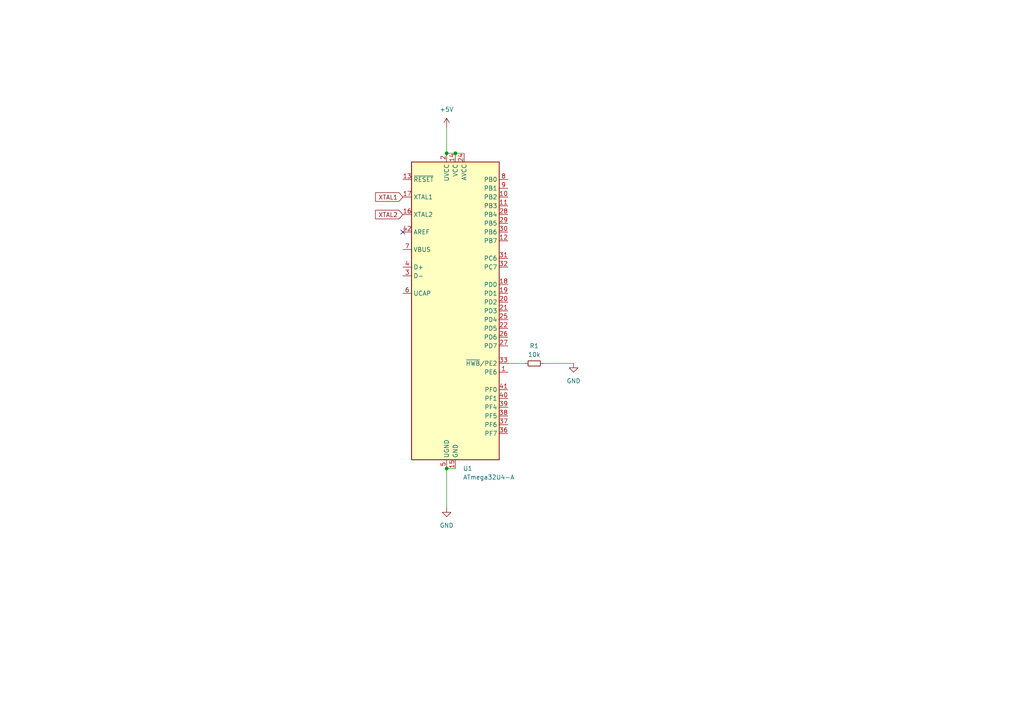
<source format=kicad_sch>
(kicad_sch (version 20231120) (generator "eeschema") (generator_version "8.0")
  (paper "A4")
  (lib_symbols
    (symbol "Device:R_Small" (pin_numbers hide) (pin_names (offset 0.254) hide)
      (property "Reference" "R" (at 0.762 0.508 0))
      (property "Value" "R_Small" (at 0.762 -1.016 0))
      (symbol "R_Small_0_1"
        (rectangle (start -0.762 1.778) (end 0.762 -1.778) (stroke (width 0.2032)))
      )
      (symbol "R_Small_1_1"
        (pin passive line (at 0 2.54 270) (length 0.762) (name "~") (number "1"))
        (pin passive line (at 0 -2.54 90) (length 0.762) (name "~") (number "2"))
      )
    )
    (symbol "MCU_Microchip_ATmega:ATmega32U4-A"
      (property "Reference" "U" (at -12.7 44.45 0))
      (property "Value" "ATmega32U4-A" (at 2.54 -44.45 0))
      (symbol "ATmega32U4-A_0_1"
        (rectangle (start -12.7 -43.18) (end 12.7 43.18) (stroke (width 0.254)) (fill (type background)))
      )
      (symbol "ATmega32U4-A_1_1"
        (pin bidirectional line (at 15.24 -17.78 180) (length 2.54) (name "PE6") (number "1"))
        (pin bidirectional line (at 15.24 33.02 180) (length 2.54) (name "PB2") (number "10"))
        (pin bidirectional line (at 15.24 30.48 180) (length 2.54) (name "PB3") (number "11"))
        (pin bidirectional line (at 15.24 20.32 180) (length 2.54) (name "PB7") (number "12"))
        (pin input line (at -15.24 38.1 0) (length 2.54) (name "~{RESET}") (number "13"))
        (pin power_in line (at 0 45.72 270) (length 2.54) (name "VCC") (number "14"))
        (pin power_in line (at 0 -45.72 90) (length 2.54) (name "GND") (number "15"))
        (pin output line (at -15.24 27.94 0) (length 2.54) (name "XTAL2") (number "16"))
        (pin input line (at -15.24 33.02 0) (length 2.54) (name "XTAL1") (number "17"))
        (pin bidirectional line (at 15.24 7.62 180) (length 2.54) (name "PD0") (number "18"))
        (pin bidirectional line (at 15.24 5.08 180) (length 2.54) (name "PD1") (number "19"))
        (pin power_in line (at -2.54 45.72 270) (length 2.54) (name "UVCC") (number "2"))
        (pin bidirectional line (at 15.24 2.54 180) (length 2.54) (name "PD2") (number "20"))
        (pin bidirectional line (at 15.24 0 180) (length 2.54) (name "PD3") (number "21"))
        (pin bidirectional line (at 15.24 -5.08 180) (length 2.54) (name "PD5") (number "22"))
        (pin passive line (at 0 -45.72 90) (length 2.54) hide (name "GND") (number "23"))
        (pin power_in line (at 2.54 45.72 270) (length 2.54) (name "AVCC") (number "24"))
        (pin bidirectional line (at 15.24 -2.54 180) (length 2.54) (name "PD4") (number "25"))
        (pin bidirectional line (at 15.24 -7.62 180) (length 2.54) (name "PD6") (number "26"))
        (pin bidirectional line (at 15.24 -10.16 180) (length 2.54) (name "PD7") (number "27"))
        (pin bidirectional line (at 15.24 27.94 180) (length 2.54) (name "PB4") (number "28"))
        (pin bidirectional line (at 15.24 25.4 180) (length 2.54) (name "PB5") (number "29"))
        (pin bidirectional line (at -15.24 10.16 0) (length 2.54) (name "D-") (number "3"))
        (pin bidirectional line (at 15.24 22.86 180) (length 2.54) (name "PB6") (number "30"))
        (pin bidirectional line (at 15.24 15.24 180) (length 2.54) (name "PC6") (number "31"))
        (pin bidirectional line (at 15.24 12.7 180) (length 2.54) (name "PC7") (number "32"))
        (pin bidirectional line (at 15.24 -15.24 180) (length 2.54) (name "~{HWB}/PE2") (number "33"))
        (pin passive line (at 0 45.72 270) (length 2.54) hide (name "VCC") (number "34"))
        (pin passive line (at 0 -45.72 90) (length 2.54) hide (name "GND") (number "35"))
        (pin bidirectional line (at 15.24 -35.56 180) (length 2.54) (name "PF7") (number "36"))
        (pin bidirectional line (at 15.24 -33.02 180) (length 2.54) (name "PF6") (number "37"))
        (pin bidirectional line (at 15.24 -30.48 180) (length 2.54) (name "PF5") (number "38"))
        (pin bidirectional line (at 15.24 -27.94 180) (length 2.54) (name "PF4") (number "39"))
        (pin bidirectional line (at -15.24 12.7 0) (length 2.54) (name "D+") (number "4"))
        (pin bidirectional line (at 15.24 -25.4 180) (length 2.54) (name "PF1") (number "40"))
        (pin bidirectional line (at 15.24 -22.86 180) (length 2.54) (name "PF0") (number "41"))
        (pin passive line (at -15.24 22.86 0) (length 2.54) (name "AREF") (number "42"))
        (pin passive line (at 0 -45.72 90) (length 2.54) hide (name "GND") (number "43"))
        (pin passive line (at 2.54 45.72 270) (length 2.54) hide (name "AVCC") (number "44"))
        (pin passive line (at -2.54 -45.72 90) (length 2.54) (name "UGND") (number "5"))
        (pin passive line (at -15.24 5.08 0) (length 2.54) (name "UCAP") (number "6"))
        (pin input line (at -15.24 17.78 0) (length 2.54) (name "VBUS") (number "7"))
        (pin bidirectional line (at 15.24 38.1 180) (length 2.54) (name "PB0") (number "8"))
        (pin bidirectional line (at 15.24 35.56 180) (length 2.54) (name "PB1") (number "9"))
      )
    )
    (symbol "power:+5V" (power) (pin_numbers hide) (pin_names (offset 0) hide)
      (property "Value" "+5V" (at 0 3.556 0))
      (symbol "+5V_0_1"
        (polyline (pts (xy -0.762 1.27) (xy 0 2.54)))
        (polyline (pts (xy 0 0) (xy 0 2.54)))
        (polyline (pts (xy 0 2.54) (xy 0.762 1.27)))
      )
      (symbol "+5V_1_1"
        (pin power_in line (at 0 0 90) (length 0) (name "~") (number "1"))
      )
    )
    (symbol "power:GND" (power) (pin_numbers hide) (pin_names (offset 0) hide)
      (property "Value" "GND" (at 0 -3.81 0))
      (symbol "GND_0_1"
        (polyline (pts (xy 0 0) (xy 0 -1.27) (xy 1.27 -1.27) (xy 0 -2.54) (xy -1.27 -1.27) (xy 0 -1.27)))
      )
      (symbol "GND_1_1"
        (pin power_in line (at 0 0 270) (length 0) (name "~") (number "1"))
      )
    )
  )
  (junction (at 132.08 44.45))
  (junction (at 129.54 135.89))
  (junction (at 129.54 44.45))
  (no_connect (at 116.84 67.31))
  (wire (pts (xy 129.54 135.89) (xy 132.08 135.89)))
  (wire (pts (xy 129.54 135.89) (xy 129.54 147.32)))
  (wire (pts (xy 147.32 105.41) (xy 152.4 105.41)))
  (wire (pts (xy 129.54 36.83) (xy 129.54 44.45)))
  (wire (pts (xy 157.48 105.41) (xy 166.37 105.41)))
  (wire (pts (xy 129.54 44.45) (xy 132.08 44.45)))
  (wire (pts (xy 132.08 44.45) (xy 134.62 44.45)))
  (global_label "XTAL2" (shape input) (at 116.84 62.23 180) (property "Intersheetrefs" "${INTERSHEET_REFS}" (effects (hide yes))))
  (global_label "XTAL1" (shape input) (at 116.84 57.15 180) (property "Intersheetrefs" "${INTERSHEET_REFS}" (effects (hide yes))))
  (symbol (lib_id "MCU_Microchip_ATmega:ATmega32U4-A") (at 132.08 90.17 0) (unit 1)
    (property "Reference" "U1" (at 134.2741 135.89 0) (effects (justify left)))
    (property "Value" "ATmega32U4-A" (at 134.2741 138.43 0) (effects (justify left)))
    (property "Footprint" "Package_QFP:TQFP-44_10x10mm_P0.8mm" (effects (hide yes)))
    (property "Datasheet" "http://ww1.microchip.com/downloads/en/DeviceDoc/Atmel-7766-8-bit-AVR-ATmega16U4-32U4_Datasheet.pdf" (effects (hide yes)))
    (property "Description" "16MHz, 32kB Flash, 2.5kB SRAM, 1kB EEPROM, USB 2.0, TQFP-44" (effects (hide yes)))
  )
  (symbol (lib_id "Device:R_Small") (at 154.94 105.41 90) (unit 1)
    (property "Reference" "R1" (at 154.94 100.33 90))
    (property "Value" "10k" (at 154.94 102.87 90))
    (property "Description" "Resistor, small symbol" (effects (hide yes)))
  )
  (symbol (lib_id "power:GND") (at 166.37 105.41 0) (unit 1)
    (property "Reference" "#PWR03" (effects (hide yes)))
    (property "Value" "GND" (at 166.37 110.49 0))
    (property "Description" "Power symbol creates a global label with name \"GND\" , ground" (effects (hide yes)))
  )
  (symbol (lib_id "power:+5V") (at 129.54 36.83 0) (unit 1)
    (property "Reference" "#PWR01" (effects (hide yes)))
    (property "Value" "+5V" (at 129.54 31.75 0))
    (property "Description" "Power symbol creates a global label with name \"+5V\"" (effects (hide yes)))
  )
  (symbol (lib_id "power:GND") (at 129.54 147.32 0) (unit 1)
    (property "Reference" "#PWR02" (effects (hide yes)))
    (property "Value" "GND" (at 129.54 152.4 0))
    (property "Description" "Power symbol creates a global label with name \"GND\" , ground" (effects (hide yes)))
  )
)
</source>
